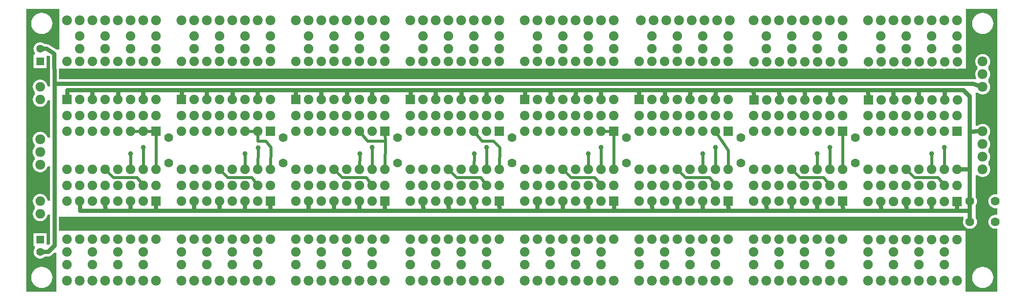
<source format=gtl>
G04 MADE WITH FRITZING*
G04 WWW.FRITZING.ORG*
G04 DOUBLE SIDED*
G04 HOLES PLATED*
G04 CONTOUR ON CENTER OF CONTOUR VECTOR*
%ASAXBY*%
%FSLAX23Y23*%
%MOIN*%
%OFA0B0*%
%SFA1.0B1.0*%
%ADD10C,0.075000*%
%ADD11C,0.070000*%
%ADD12C,0.078000*%
%ADD13C,0.062992*%
%ADD14C,0.039370*%
%ADD15R,0.062992X0.062992*%
%ADD16R,0.075000X0.075000*%
%ADD17C,0.032000*%
%ADD18C,0.024000*%
%LNCOPPER1*%
G90*
G70*
G54D10*
X105Y1424D03*
X7499Y1993D03*
G54D11*
X7660Y754D03*
X7460Y754D03*
X1160Y1254D03*
X1160Y1054D03*
X2060Y1254D03*
X2060Y1054D03*
X2960Y1254D03*
X2960Y1054D03*
X3860Y1254D03*
X3860Y1054D03*
X4760Y1254D03*
X4760Y1054D03*
X5660Y1254D03*
X5660Y1054D03*
X6560Y1254D03*
X6560Y1054D03*
G54D12*
X7560Y1004D03*
X7560Y1104D03*
X7560Y1204D03*
X7560Y1304D03*
X7560Y1854D03*
X7560Y1754D03*
X7560Y1654D03*
G54D13*
X148Y452D03*
X148Y354D03*
X148Y1855D03*
X148Y1954D03*
G54D10*
X148Y754D03*
X148Y654D03*
X148Y1554D03*
X148Y1654D03*
G54D12*
X148Y1241D03*
X148Y1141D03*
X148Y1041D03*
G54D14*
X5460Y1179D03*
X5360Y1129D03*
X6260Y1129D03*
X6360Y1179D03*
X7260Y1179D03*
X7160Y1129D03*
X4560Y1179D03*
X4460Y1129D03*
X960Y1179D03*
X860Y1129D03*
X3660Y1179D03*
X3561Y1129D03*
X1861Y1175D03*
X1760Y1129D03*
X2661Y1129D03*
X2760Y1179D03*
G54D12*
X1060Y2179D03*
X960Y2179D03*
X860Y2179D03*
X760Y2179D03*
X660Y2179D03*
X560Y2179D03*
X460Y2179D03*
X360Y2179D03*
X1960Y2179D03*
X1860Y2179D03*
X1760Y2179D03*
X1660Y2179D03*
X1560Y2179D03*
X1460Y2179D03*
X1360Y2179D03*
X1260Y2179D03*
X2860Y2179D03*
X2760Y2179D03*
X2660Y2179D03*
X2560Y2179D03*
X2460Y2179D03*
X2360Y2179D03*
X2260Y2179D03*
X2160Y2179D03*
X3760Y2179D03*
X3660Y2179D03*
X3560Y2179D03*
X3460Y2179D03*
X3360Y2179D03*
X3260Y2179D03*
X3160Y2179D03*
X3060Y2179D03*
X4660Y2179D03*
X4560Y2179D03*
X4460Y2179D03*
X4360Y2179D03*
X4260Y2179D03*
X4160Y2179D03*
X4060Y2179D03*
X3960Y2179D03*
X5573Y2179D03*
X5473Y2179D03*
X5373Y2179D03*
X5273Y2179D03*
X5173Y2179D03*
X5073Y2179D03*
X4973Y2179D03*
X4873Y2179D03*
X6460Y2179D03*
X6360Y2179D03*
X6260Y2179D03*
X6160Y2179D03*
X6060Y2179D03*
X5960Y2179D03*
X5860Y2179D03*
X5760Y2179D03*
X7360Y2179D03*
X7260Y2179D03*
X7160Y2179D03*
X7060Y2179D03*
X6960Y2179D03*
X6860Y2179D03*
X6760Y2179D03*
X6660Y2179D03*
G54D10*
X1060Y1304D03*
X1060Y1004D03*
X960Y1304D03*
X960Y1004D03*
X860Y1304D03*
X860Y1004D03*
X760Y1304D03*
X760Y1004D03*
X660Y1304D03*
X660Y1004D03*
X560Y1304D03*
X560Y1004D03*
X460Y1304D03*
X460Y1004D03*
X360Y1304D03*
X360Y1004D03*
X1960Y1304D03*
X1960Y1004D03*
X1860Y1304D03*
X1860Y1004D03*
X1760Y1304D03*
X1760Y1004D03*
X1660Y1304D03*
X1660Y1004D03*
X1560Y1304D03*
X1560Y1004D03*
X1460Y1304D03*
X1460Y1004D03*
X1360Y1304D03*
X1360Y1004D03*
X1260Y1304D03*
X1260Y1004D03*
X2860Y1304D03*
X2860Y1004D03*
X2760Y1304D03*
X2760Y1004D03*
X2660Y1304D03*
X2660Y1004D03*
X2560Y1304D03*
X2560Y1004D03*
X2460Y1304D03*
X2460Y1004D03*
X2360Y1304D03*
X2360Y1004D03*
X2260Y1304D03*
X2260Y1004D03*
X2160Y1304D03*
X2160Y1004D03*
X3760Y1304D03*
X3760Y1004D03*
X3660Y1304D03*
X3660Y1004D03*
X3560Y1304D03*
X3560Y1004D03*
X3460Y1304D03*
X3460Y1004D03*
X3360Y1304D03*
X3360Y1004D03*
X3260Y1304D03*
X3260Y1004D03*
X3160Y1304D03*
X3160Y1004D03*
X3060Y1304D03*
X3060Y1004D03*
X4660Y1304D03*
X4660Y1004D03*
X4560Y1304D03*
X4560Y1004D03*
X4460Y1304D03*
X4460Y1004D03*
X4360Y1304D03*
X4360Y1004D03*
X4260Y1304D03*
X4260Y1004D03*
X4160Y1304D03*
X4160Y1004D03*
X4060Y1304D03*
X4060Y1004D03*
X3960Y1304D03*
X3960Y1004D03*
X5560Y1304D03*
X5560Y1004D03*
X5460Y1304D03*
X5460Y1004D03*
X5360Y1304D03*
X5360Y1004D03*
X5260Y1304D03*
X5260Y1004D03*
X5160Y1304D03*
X5160Y1004D03*
X5060Y1304D03*
X5060Y1004D03*
X4960Y1304D03*
X4960Y1004D03*
X4860Y1304D03*
X4860Y1004D03*
X6460Y1304D03*
X6460Y1004D03*
X6360Y1304D03*
X6360Y1004D03*
X6260Y1304D03*
X6260Y1004D03*
X6160Y1304D03*
X6160Y1004D03*
X6060Y1304D03*
X6060Y1004D03*
X5960Y1304D03*
X5960Y1004D03*
X5860Y1304D03*
X5860Y1004D03*
X5760Y1304D03*
X5760Y1004D03*
X7360Y1304D03*
X7360Y1004D03*
X7260Y1304D03*
X7260Y1004D03*
X7160Y1304D03*
X7160Y1004D03*
X7060Y1304D03*
X7060Y1004D03*
X6960Y1304D03*
X6960Y1004D03*
X6860Y1304D03*
X6860Y1004D03*
X6760Y1304D03*
X6760Y1004D03*
X6660Y1304D03*
X6660Y1004D03*
X1060Y754D03*
X1060Y454D03*
X960Y754D03*
X960Y454D03*
X860Y754D03*
X860Y454D03*
X760Y754D03*
X760Y454D03*
X660Y754D03*
X660Y454D03*
X560Y754D03*
X560Y454D03*
X460Y754D03*
X460Y454D03*
X360Y754D03*
X360Y454D03*
X1960Y754D03*
X1960Y454D03*
X1860Y754D03*
X1860Y454D03*
X1760Y754D03*
X1760Y454D03*
X1660Y754D03*
X1660Y454D03*
X1560Y754D03*
X1560Y454D03*
X1460Y754D03*
X1460Y454D03*
X1360Y754D03*
X1360Y454D03*
X1260Y754D03*
X1260Y454D03*
X2860Y754D03*
X2860Y454D03*
X2760Y754D03*
X2760Y454D03*
X2660Y754D03*
X2660Y454D03*
X2560Y754D03*
X2560Y454D03*
X2460Y754D03*
X2460Y454D03*
X2360Y754D03*
X2360Y454D03*
X2260Y754D03*
X2260Y454D03*
X2160Y754D03*
X2160Y454D03*
X3760Y754D03*
X3760Y454D03*
X3660Y754D03*
X3660Y454D03*
X3560Y754D03*
X3560Y454D03*
X3460Y754D03*
X3460Y454D03*
X3360Y754D03*
X3360Y454D03*
X3260Y754D03*
X3260Y454D03*
X3160Y754D03*
X3160Y454D03*
X3060Y754D03*
X3060Y454D03*
X4660Y754D03*
X4660Y454D03*
X4560Y754D03*
X4560Y454D03*
X4460Y754D03*
X4460Y454D03*
X4360Y754D03*
X4360Y454D03*
X4260Y754D03*
X4260Y454D03*
X4160Y754D03*
X4160Y454D03*
X4060Y754D03*
X4060Y454D03*
X3960Y754D03*
X3960Y454D03*
X5560Y754D03*
X5560Y454D03*
X5460Y754D03*
X5460Y454D03*
X5360Y754D03*
X5360Y454D03*
X5260Y754D03*
X5260Y454D03*
X5160Y754D03*
X5160Y454D03*
X5060Y754D03*
X5060Y454D03*
X4960Y754D03*
X4960Y454D03*
X4860Y754D03*
X4860Y454D03*
X6460Y754D03*
X6460Y454D03*
X6360Y754D03*
X6360Y454D03*
X6260Y754D03*
X6260Y454D03*
X6160Y754D03*
X6160Y454D03*
X6060Y754D03*
X6060Y454D03*
X5960Y754D03*
X5960Y454D03*
X5860Y754D03*
X5860Y454D03*
X5760Y754D03*
X5760Y454D03*
X7360Y753D03*
X7360Y453D03*
X7260Y753D03*
X7260Y453D03*
X7160Y753D03*
X7160Y453D03*
X7060Y753D03*
X7060Y453D03*
X6960Y753D03*
X6960Y453D03*
X6860Y753D03*
X6860Y453D03*
X6760Y753D03*
X6760Y453D03*
X6660Y753D03*
X6660Y453D03*
X360Y1554D03*
X360Y1854D03*
X460Y1554D03*
X460Y1854D03*
X560Y1554D03*
X560Y1854D03*
X660Y1554D03*
X660Y1854D03*
X760Y1554D03*
X760Y1854D03*
X860Y1554D03*
X860Y1854D03*
X960Y1554D03*
X960Y1854D03*
X1060Y1554D03*
X1060Y1854D03*
X1260Y1554D03*
X1260Y1854D03*
X1360Y1554D03*
X1360Y1854D03*
X1460Y1554D03*
X1460Y1854D03*
X1560Y1554D03*
X1560Y1854D03*
X1660Y1554D03*
X1660Y1854D03*
X1760Y1554D03*
X1760Y1854D03*
X1860Y1554D03*
X1860Y1854D03*
X1960Y1554D03*
X1960Y1854D03*
X2160Y1554D03*
X2160Y1854D03*
X2260Y1554D03*
X2260Y1854D03*
X2360Y1554D03*
X2360Y1854D03*
X2460Y1554D03*
X2460Y1854D03*
X2560Y1554D03*
X2560Y1854D03*
X2660Y1554D03*
X2660Y1854D03*
X2760Y1554D03*
X2760Y1854D03*
X2860Y1554D03*
X2860Y1854D03*
X3060Y1554D03*
X3060Y1854D03*
X3160Y1554D03*
X3160Y1854D03*
X3260Y1554D03*
X3260Y1854D03*
X3360Y1554D03*
X3360Y1854D03*
X3460Y1554D03*
X3460Y1854D03*
X3560Y1554D03*
X3560Y1854D03*
X3660Y1554D03*
X3660Y1854D03*
X3760Y1554D03*
X3760Y1854D03*
X3960Y1554D03*
X3960Y1854D03*
X4060Y1554D03*
X4060Y1854D03*
X4160Y1554D03*
X4160Y1854D03*
X4260Y1554D03*
X4260Y1854D03*
X4360Y1554D03*
X4360Y1854D03*
X4460Y1554D03*
X4460Y1854D03*
X4560Y1554D03*
X4560Y1854D03*
X4660Y1554D03*
X4660Y1854D03*
X5761Y1553D03*
X5761Y1853D03*
X5861Y1553D03*
X5861Y1853D03*
X5961Y1553D03*
X5961Y1853D03*
X6061Y1553D03*
X6061Y1853D03*
X6161Y1553D03*
X6161Y1853D03*
X6261Y1553D03*
X6261Y1853D03*
X6361Y1553D03*
X6361Y1853D03*
X6461Y1553D03*
X6461Y1853D03*
X4860Y1554D03*
X4860Y1854D03*
X4960Y1554D03*
X4960Y1854D03*
X5060Y1554D03*
X5060Y1854D03*
X5160Y1554D03*
X5160Y1854D03*
X5260Y1554D03*
X5260Y1854D03*
X5360Y1554D03*
X5360Y1854D03*
X5460Y1554D03*
X5460Y1854D03*
X5560Y1554D03*
X5560Y1854D03*
X6661Y1553D03*
X6661Y1853D03*
X6761Y1553D03*
X6761Y1853D03*
X6861Y1553D03*
X6861Y1853D03*
X6961Y1553D03*
X6961Y1853D03*
X7061Y1553D03*
X7061Y1853D03*
X7161Y1553D03*
X7161Y1853D03*
X7261Y1553D03*
X7261Y1853D03*
X7361Y1553D03*
X7361Y1853D03*
X7360Y1954D03*
X7360Y2054D03*
X6960Y2054D03*
X6960Y1954D03*
X5560Y2054D03*
X5560Y1954D03*
X6460Y2054D03*
X6460Y1954D03*
X5360Y2054D03*
X5360Y1954D03*
X6260Y2054D03*
X6260Y1954D03*
X5160Y2054D03*
X5160Y1954D03*
X6060Y2054D03*
X6060Y1954D03*
X4960Y2054D03*
X4960Y1954D03*
X5860Y2054D03*
X5860Y1954D03*
X7260Y879D03*
X7360Y879D03*
X7060Y879D03*
X7160Y879D03*
X6860Y879D03*
X6960Y879D03*
X360Y879D03*
X460Y879D03*
X1260Y879D03*
X1360Y879D03*
X2160Y879D03*
X2260Y879D03*
X3060Y879D03*
X3160Y879D03*
X3960Y879D03*
X4060Y879D03*
X4860Y879D03*
X4960Y879D03*
X5760Y879D03*
X5860Y879D03*
X560Y879D03*
X660Y879D03*
X1460Y879D03*
X1560Y879D03*
X2360Y879D03*
X2460Y879D03*
X3260Y879D03*
X3360Y879D03*
X4160Y879D03*
X4260Y879D03*
X5060Y879D03*
X5160Y879D03*
X5960Y879D03*
X6060Y879D03*
X760Y879D03*
X860Y879D03*
X1660Y879D03*
X1760Y879D03*
X2560Y879D03*
X2660Y879D03*
X3460Y879D03*
X3560Y879D03*
X4360Y879D03*
X4460Y879D03*
X5260Y879D03*
X5360Y879D03*
X6160Y879D03*
X6260Y879D03*
X960Y879D03*
X1060Y879D03*
X1860Y879D03*
X1960Y879D03*
X2760Y879D03*
X2860Y879D03*
X3660Y879D03*
X3760Y879D03*
X4560Y879D03*
X4660Y879D03*
X5460Y879D03*
X5560Y879D03*
X6360Y879D03*
X6460Y879D03*
X6660Y879D03*
X6760Y879D03*
X7260Y1429D03*
X7360Y1429D03*
X6860Y1429D03*
X6960Y1429D03*
X7160Y1429D03*
X7060Y1429D03*
X960Y1429D03*
X1060Y1429D03*
X1860Y1429D03*
X1960Y1429D03*
X2760Y1429D03*
X2860Y1429D03*
X3660Y1429D03*
X3760Y1429D03*
X4560Y1429D03*
X4660Y1429D03*
X5460Y1429D03*
X5560Y1429D03*
X6360Y1429D03*
X6460Y1429D03*
X860Y1429D03*
X760Y1429D03*
X1760Y1429D03*
X1660Y1429D03*
X2660Y1429D03*
X2560Y1429D03*
X3560Y1429D03*
X3460Y1429D03*
X4460Y1429D03*
X4360Y1429D03*
X5360Y1429D03*
X5260Y1429D03*
X6260Y1429D03*
X6160Y1429D03*
X560Y1429D03*
X660Y1429D03*
X1460Y1429D03*
X1560Y1429D03*
X2360Y1429D03*
X2460Y1429D03*
X3260Y1429D03*
X3360Y1429D03*
X4160Y1429D03*
X4260Y1429D03*
X5060Y1429D03*
X5160Y1429D03*
X5960Y1429D03*
X6060Y1429D03*
X460Y1429D03*
X360Y1429D03*
X1360Y1429D03*
X1260Y1429D03*
X2260Y1429D03*
X2160Y1429D03*
X3160Y1429D03*
X3060Y1429D03*
X4060Y1429D03*
X3960Y1429D03*
X4960Y1429D03*
X4860Y1429D03*
X5860Y1429D03*
X5760Y1429D03*
X6760Y1429D03*
X6660Y1429D03*
X7260Y354D03*
X7260Y254D03*
X7060Y354D03*
X7060Y254D03*
X6860Y354D03*
X6860Y254D03*
X960Y354D03*
X960Y254D03*
X1860Y354D03*
X1860Y254D03*
X2760Y354D03*
X2760Y254D03*
X3660Y354D03*
X3660Y254D03*
X4560Y354D03*
X4560Y254D03*
X5460Y354D03*
X5460Y254D03*
X6360Y354D03*
X6360Y254D03*
X760Y354D03*
X760Y254D03*
X1660Y354D03*
X1660Y254D03*
X2560Y354D03*
X2560Y254D03*
X3460Y354D03*
X3460Y254D03*
X4360Y354D03*
X4360Y254D03*
X5260Y354D03*
X5260Y254D03*
X6160Y354D03*
X6160Y254D03*
X560Y354D03*
X560Y254D03*
X1460Y354D03*
X1460Y254D03*
X2360Y354D03*
X2360Y254D03*
X3260Y354D03*
X3260Y254D03*
X4160Y354D03*
X4160Y254D03*
X5060Y354D03*
X5060Y254D03*
X5960Y354D03*
X5960Y254D03*
X360Y354D03*
X360Y254D03*
X1260Y354D03*
X1260Y254D03*
X2160Y354D03*
X2160Y254D03*
X3060Y354D03*
X3060Y254D03*
X3960Y354D03*
X3960Y254D03*
X4860Y354D03*
X4860Y254D03*
X5760Y354D03*
X5760Y254D03*
X6660Y354D03*
X6660Y254D03*
X4660Y2054D03*
X4660Y1954D03*
X4460Y2054D03*
X4460Y1954D03*
X1060Y2054D03*
X1060Y1954D03*
X660Y2054D03*
X660Y1954D03*
X860Y2054D03*
X860Y1954D03*
X460Y2054D03*
X460Y1954D03*
X1960Y2054D03*
X1960Y1954D03*
X1560Y2054D03*
X1560Y1954D03*
X1760Y2054D03*
X1760Y1954D03*
X1360Y2054D03*
X1360Y1954D03*
X2860Y2054D03*
X2860Y1954D03*
X2460Y2054D03*
X2460Y1954D03*
X2660Y2054D03*
X2660Y1954D03*
X2260Y2054D03*
X2260Y1954D03*
X3160Y2054D03*
X3160Y1954D03*
X3360Y2054D03*
X3360Y1954D03*
X3560Y2054D03*
X3560Y1954D03*
X3760Y2054D03*
X3760Y1954D03*
X4060Y2054D03*
X4060Y1954D03*
X4260Y2054D03*
X4260Y1954D03*
G54D12*
X360Y129D03*
X460Y129D03*
X560Y129D03*
X660Y129D03*
X760Y129D03*
X860Y129D03*
X960Y129D03*
X1060Y129D03*
X1260Y129D03*
X1360Y129D03*
X1460Y129D03*
X1560Y129D03*
X1660Y129D03*
X1760Y129D03*
X1860Y129D03*
X1960Y129D03*
X2160Y129D03*
X2260Y129D03*
X2360Y129D03*
X2460Y129D03*
X2560Y129D03*
X2660Y129D03*
X2760Y129D03*
X2860Y129D03*
X3060Y129D03*
X3160Y129D03*
X3260Y129D03*
X3360Y129D03*
X3460Y129D03*
X3560Y129D03*
X3660Y129D03*
X3760Y129D03*
X3960Y129D03*
X4060Y129D03*
X4160Y129D03*
X4260Y129D03*
X4360Y129D03*
X4460Y129D03*
X4560Y129D03*
X4660Y129D03*
X6660Y129D03*
X6760Y129D03*
X6860Y129D03*
X6960Y129D03*
X7060Y129D03*
X7160Y129D03*
X7260Y129D03*
X7360Y129D03*
X5760Y129D03*
X5860Y129D03*
X5960Y129D03*
X6060Y129D03*
X6160Y129D03*
X6260Y129D03*
X6360Y129D03*
X6460Y129D03*
X4860Y129D03*
X4960Y129D03*
X5060Y129D03*
X5160Y129D03*
X5260Y129D03*
X5360Y129D03*
X5460Y129D03*
X5560Y129D03*
G54D10*
X7160Y1954D03*
X7160Y2054D03*
X6760Y2054D03*
X6760Y1954D03*
G54D11*
X7660Y591D03*
X7460Y591D03*
G54D15*
X148Y452D03*
X148Y1855D03*
G54D16*
X1060Y1304D03*
X1960Y1304D03*
X2860Y1304D03*
X3760Y1304D03*
X4660Y1304D03*
X5560Y1304D03*
X6460Y1304D03*
X7360Y1304D03*
X1060Y754D03*
X1960Y754D03*
X2860Y754D03*
X3760Y754D03*
X4660Y754D03*
X5560Y754D03*
X6460Y754D03*
X7360Y753D03*
X360Y1554D03*
X1260Y1554D03*
X2160Y1554D03*
X3060Y1554D03*
X3960Y1554D03*
X5761Y1553D03*
X4860Y1554D03*
X6661Y1553D03*
G54D17*
X7460Y679D02*
X7460Y606D01*
G54D18*
D02*
X723Y942D02*
X673Y991D01*
D02*
X910Y942D02*
X723Y942D01*
D02*
X949Y892D02*
X910Y942D01*
D02*
X1850Y893D02*
X1811Y942D01*
D02*
X1811Y942D02*
X1623Y942D01*
D02*
X1623Y942D02*
X1573Y991D01*
D02*
X2523Y942D02*
X2473Y991D01*
D02*
X2711Y942D02*
X2523Y942D01*
D02*
X2750Y893D02*
X2711Y942D01*
D02*
X3423Y942D02*
X3373Y991D01*
D02*
X3611Y942D02*
X3423Y942D01*
D02*
X3650Y893D02*
X3611Y942D01*
D02*
X4510Y942D02*
X4323Y942D01*
D02*
X4549Y892D02*
X4510Y942D01*
D02*
X7210Y942D02*
X7023Y941D01*
D02*
X7023Y941D02*
X6973Y991D01*
D02*
X6310Y942D02*
X6123Y942D01*
D02*
X6123Y942D02*
X6073Y991D01*
D02*
X5411Y942D02*
X5223Y942D01*
D02*
X5223Y942D02*
X5173Y991D01*
D02*
X4323Y942D02*
X4273Y991D01*
D02*
X5450Y893D02*
X5411Y942D01*
D02*
X6349Y892D02*
X6310Y942D01*
D02*
X7249Y892D02*
X7210Y942D01*
G54D17*
D02*
X3660Y1630D02*
X3461Y1630D01*
D02*
X3461Y1630D02*
X3260Y1630D01*
D02*
X3260Y1630D02*
X3061Y1630D01*
D02*
X3061Y1630D02*
X2760Y1630D01*
D02*
X2760Y1630D02*
X2561Y1630D01*
D02*
X2561Y1630D02*
X2360Y1630D01*
D02*
X2360Y1630D02*
X2160Y1629D01*
D02*
X2160Y1629D02*
X1860Y1630D01*
D02*
X1860Y1630D02*
X1661Y1630D01*
D02*
X1661Y1630D02*
X1460Y1630D01*
D02*
X1460Y1630D02*
X1261Y1630D01*
D02*
X1261Y1630D02*
X960Y1630D01*
D02*
X960Y1630D02*
X960Y1571D01*
D02*
X761Y1630D02*
X761Y1571D01*
D02*
X560Y1630D02*
X560Y1571D01*
D02*
X960Y1630D02*
X761Y1630D01*
D02*
X761Y1630D02*
X560Y1630D01*
D02*
X560Y1630D02*
X361Y1630D01*
D02*
X361Y1630D02*
X361Y1571D01*
D02*
X3961Y1630D02*
X3660Y1630D01*
D02*
X2760Y1630D02*
X2760Y1571D01*
D02*
X3061Y1630D02*
X3061Y1571D01*
D02*
X3260Y1630D02*
X3260Y1571D01*
D02*
X3461Y1630D02*
X3461Y1571D01*
D02*
X3660Y1630D02*
X3660Y1571D01*
D02*
X1460Y1630D02*
X1460Y1571D01*
D02*
X1661Y1630D02*
X1661Y1571D01*
D02*
X1860Y1630D02*
X1860Y1571D01*
D02*
X1261Y1630D02*
X1261Y1571D01*
D02*
X2160Y1629D02*
X2160Y1571D01*
D02*
X2360Y1630D02*
X2360Y1571D01*
D02*
X2561Y1630D02*
X2561Y1571D01*
D02*
X1360Y679D02*
X1360Y736D01*
D02*
X1560Y679D02*
X1560Y736D01*
D02*
X1760Y679D02*
X1760Y736D01*
D02*
X1960Y679D02*
X1960Y736D01*
D02*
X3161Y679D02*
X3160Y736D01*
D02*
X3361Y679D02*
X3360Y736D01*
D02*
X3561Y679D02*
X3560Y736D01*
D02*
X3761Y679D02*
X3760Y736D01*
D02*
X2860Y679D02*
X2860Y736D01*
D02*
X2660Y679D02*
X2660Y736D01*
D02*
X2460Y679D02*
X2460Y736D01*
D02*
X2260Y679D02*
X2260Y736D01*
D02*
X260Y1916D02*
X261Y1678D01*
D02*
X261Y1678D02*
X7485Y1678D01*
D02*
X198Y1954D02*
X260Y1916D01*
D02*
X7485Y1678D02*
X7542Y1660D01*
D02*
X164Y1954D02*
X198Y1954D01*
D02*
X211Y354D02*
X164Y354D01*
D02*
X261Y404D02*
X211Y354D01*
D02*
X261Y1678D02*
X261Y404D01*
G54D18*
D02*
X6260Y1121D02*
X6260Y1021D01*
D02*
X5360Y1121D02*
X5360Y1021D01*
D02*
X5460Y1171D02*
X5460Y1021D01*
D02*
X4643Y1304D02*
X4578Y1304D01*
D02*
X4660Y1021D02*
X4660Y1286D01*
D02*
X5560Y1154D02*
X5470Y1289D01*
D02*
X5560Y1021D02*
X5560Y1154D01*
D02*
X6460Y1021D02*
X6460Y1286D01*
D02*
X7160Y1021D02*
X7160Y1121D01*
D02*
X6360Y1021D02*
X6360Y1171D01*
D02*
X4560Y1021D02*
X4560Y1171D01*
D02*
X7260Y1021D02*
X7260Y1171D01*
D02*
X4460Y1021D02*
X4460Y1121D01*
G54D17*
D02*
X7460Y1578D02*
X7460Y1303D01*
D02*
X7460Y1303D02*
X7541Y1304D01*
D02*
X7460Y1004D02*
X7460Y1303D01*
D02*
X7460Y1004D02*
X7378Y1004D01*
D02*
X7410Y1628D02*
X7460Y1578D01*
D02*
X7261Y1628D02*
X7410Y1628D01*
D02*
X7261Y1628D02*
X7261Y1570D01*
D02*
X7060Y1628D02*
X7261Y1628D01*
D02*
X7060Y1628D02*
X7060Y1570D01*
D02*
X6860Y1628D02*
X7060Y1628D01*
D02*
X6860Y1628D02*
X6860Y1570D01*
D02*
X6660Y1628D02*
X6860Y1628D01*
D02*
X6660Y1628D02*
X6661Y1570D01*
D02*
X6361Y1628D02*
X6660Y1628D01*
D02*
X6361Y1571D02*
X6361Y1628D01*
D02*
X6361Y1628D02*
X6161Y1628D01*
D02*
X6161Y1571D02*
X6161Y1628D01*
D02*
X6161Y1628D02*
X5960Y1628D01*
D02*
X5961Y1571D02*
X5960Y1628D01*
D02*
X5960Y1628D02*
X5760Y1628D01*
D02*
X5760Y1628D02*
X5461Y1628D01*
D02*
X5461Y1628D02*
X5261Y1628D01*
D02*
X5261Y1628D02*
X5061Y1628D01*
D02*
X5061Y1628D02*
X4860Y1628D01*
D02*
X5761Y1571D02*
X5760Y1628D01*
D02*
X5460Y1571D02*
X5461Y1628D01*
D02*
X5260Y1571D02*
X5261Y1628D01*
D02*
X4860Y1628D02*
X4560Y1628D01*
D02*
X4161Y1628D02*
X4361Y1628D01*
D02*
X3961Y1571D02*
X3961Y1630D01*
D02*
X3961Y1630D02*
X4161Y1628D01*
D02*
X5061Y1571D02*
X5061Y1628D01*
D02*
X4161Y1571D02*
X4161Y1628D01*
D02*
X4360Y1571D02*
X4361Y1628D01*
D02*
X4361Y1628D02*
X4560Y1628D01*
D02*
X4860Y1571D02*
X4860Y1628D01*
D02*
X4560Y1628D02*
X4560Y1571D01*
D02*
X7360Y678D02*
X7460Y679D01*
D02*
X7160Y678D02*
X7160Y736D01*
D02*
X6961Y678D02*
X7160Y678D01*
D02*
X6961Y678D02*
X6761Y678D01*
D02*
X7360Y678D02*
X7360Y736D01*
D02*
X7160Y678D02*
X7360Y678D01*
D02*
X6761Y678D02*
X6760Y736D01*
D02*
X7460Y769D02*
X7460Y1004D01*
D02*
X7460Y679D02*
X7460Y739D01*
D02*
X6461Y678D02*
X6260Y678D01*
D02*
X5861Y678D02*
X5561Y678D01*
D02*
X6060Y678D02*
X5861Y678D01*
D02*
X6260Y678D02*
X6060Y678D01*
D02*
X6461Y678D02*
X6460Y736D01*
D02*
X5861Y678D02*
X5860Y736D01*
D02*
X6761Y678D02*
X6461Y678D01*
D02*
X6260Y678D02*
X6260Y736D01*
D02*
X6060Y678D02*
X6060Y736D01*
D02*
X6960Y736D02*
X6961Y678D01*
D02*
X4460Y678D02*
X4260Y678D01*
D02*
X4661Y678D02*
X4460Y678D01*
D02*
X4961Y678D02*
X4661Y678D01*
D02*
X5160Y678D02*
X4961Y678D01*
D02*
X4961Y678D02*
X4960Y736D01*
D02*
X5561Y678D02*
X5560Y736D01*
D02*
X5360Y678D02*
X5160Y678D01*
D02*
X5561Y678D02*
X5360Y678D01*
D02*
X5160Y678D02*
X5160Y736D01*
D02*
X5360Y678D02*
X5360Y736D01*
D02*
X4661Y678D02*
X4661Y736D01*
D02*
X4460Y678D02*
X4460Y736D01*
D02*
X4260Y678D02*
X4260Y736D01*
D02*
X4260Y678D02*
X4058Y679D01*
D02*
X4058Y679D02*
X4060Y736D01*
G54D18*
D02*
X943Y1304D02*
X878Y1304D01*
D02*
X2861Y1228D02*
X2860Y1286D01*
D02*
X2722Y1228D02*
X2861Y1228D01*
D02*
X2861Y1228D02*
X2860Y1021D01*
D02*
X2671Y1290D02*
X2722Y1228D01*
D02*
X3711Y1228D02*
X3622Y1228D01*
D02*
X3622Y1228D02*
X3571Y1290D01*
D02*
X3761Y1179D02*
X3711Y1228D01*
D02*
X3760Y1021D02*
X3761Y1179D01*
D02*
X3561Y1121D02*
X3560Y1021D01*
D02*
X3660Y1171D02*
X3660Y1021D01*
D02*
X860Y1121D02*
X860Y1021D01*
D02*
X960Y1171D02*
X960Y1021D01*
D02*
X1923Y1229D02*
X1860Y1229D01*
D02*
X1860Y1229D02*
X1860Y1286D01*
D02*
X1843Y1304D02*
X1778Y1304D01*
D02*
X1961Y1179D02*
X1923Y1229D01*
D02*
X1960Y1021D02*
X1961Y1179D01*
D02*
X1861Y1167D02*
X1860Y1021D01*
D02*
X1760Y1121D02*
X1760Y1021D01*
D02*
X1060Y1021D02*
X1060Y1286D01*
D02*
X1043Y1304D02*
X978Y1304D01*
D02*
X2661Y1121D02*
X2660Y1021D01*
D02*
X2760Y1171D02*
X2760Y1021D01*
G54D17*
D02*
X661Y679D02*
X660Y736D01*
D02*
X860Y679D02*
X860Y736D01*
D02*
X1060Y679D02*
X1060Y736D01*
D02*
X1060Y679D02*
X860Y679D01*
D02*
X860Y679D02*
X661Y679D01*
D02*
X661Y679D02*
X461Y679D01*
D02*
X461Y679D02*
X461Y736D01*
D02*
X3761Y679D02*
X3561Y679D01*
D02*
X3561Y679D02*
X3361Y679D01*
D02*
X3361Y679D02*
X3161Y679D01*
D02*
X3161Y679D02*
X2860Y679D01*
D02*
X2860Y679D02*
X2660Y679D01*
D02*
X2660Y679D02*
X2460Y679D01*
D02*
X2460Y679D02*
X2260Y679D01*
D02*
X2260Y679D02*
X1960Y679D01*
D02*
X1960Y679D02*
X1760Y679D01*
D02*
X1760Y679D02*
X1560Y679D01*
D02*
X1560Y679D02*
X1360Y679D01*
D02*
X1360Y679D02*
X1060Y679D01*
D02*
X4058Y679D02*
X3761Y679D01*
G36*
X40Y2267D02*
X40Y2237D01*
X170Y2237D01*
X170Y2235D01*
X180Y2235D01*
X180Y2233D01*
X188Y2233D01*
X188Y2231D01*
X194Y2231D01*
X194Y2229D01*
X198Y2229D01*
X198Y2227D01*
X200Y2227D01*
X200Y2225D01*
X204Y2225D01*
X204Y2223D01*
X208Y2223D01*
X208Y2221D01*
X210Y2221D01*
X210Y2219D01*
X212Y2219D01*
X212Y2217D01*
X216Y2217D01*
X216Y2215D01*
X218Y2215D01*
X218Y2213D01*
X220Y2213D01*
X220Y2211D01*
X222Y2211D01*
X222Y2209D01*
X224Y2209D01*
X224Y2205D01*
X226Y2205D01*
X226Y2203D01*
X228Y2203D01*
X228Y2201D01*
X230Y2201D01*
X230Y2197D01*
X232Y2197D01*
X232Y2193D01*
X234Y2193D01*
X234Y2189D01*
X236Y2189D01*
X236Y2185D01*
X238Y2185D01*
X238Y2181D01*
X240Y2181D01*
X240Y2173D01*
X242Y2173D01*
X242Y2161D01*
X244Y2161D01*
X244Y2147D01*
X242Y2147D01*
X242Y2135D01*
X240Y2135D01*
X240Y2127D01*
X238Y2127D01*
X238Y2121D01*
X236Y2121D01*
X236Y2117D01*
X234Y2117D01*
X234Y2113D01*
X232Y2113D01*
X232Y2111D01*
X230Y2111D01*
X230Y2107D01*
X228Y2107D01*
X228Y2105D01*
X226Y2105D01*
X226Y2101D01*
X224Y2101D01*
X224Y2099D01*
X222Y2099D01*
X222Y2097D01*
X220Y2097D01*
X220Y2095D01*
X218Y2095D01*
X218Y2093D01*
X216Y2093D01*
X216Y2091D01*
X214Y2091D01*
X214Y2089D01*
X210Y2089D01*
X210Y2087D01*
X208Y2087D01*
X208Y2085D01*
X206Y2085D01*
X206Y2083D01*
X202Y2083D01*
X202Y2081D01*
X198Y2081D01*
X198Y2079D01*
X194Y2079D01*
X194Y2077D01*
X190Y2077D01*
X190Y2075D01*
X184Y2075D01*
X184Y2073D01*
X174Y2073D01*
X174Y2071D01*
X298Y2071D01*
X298Y2267D01*
X40Y2267D01*
G37*
D02*
G36*
X40Y2237D02*
X40Y2071D01*
X146Y2071D01*
X146Y2073D01*
X138Y2073D01*
X138Y2075D01*
X132Y2075D01*
X132Y2077D01*
X126Y2077D01*
X126Y2079D01*
X122Y2079D01*
X122Y2081D01*
X118Y2081D01*
X118Y2083D01*
X116Y2083D01*
X116Y2085D01*
X112Y2085D01*
X112Y2087D01*
X110Y2087D01*
X110Y2089D01*
X108Y2089D01*
X108Y2091D01*
X106Y2091D01*
X106Y2093D01*
X102Y2093D01*
X102Y2095D01*
X100Y2095D01*
X100Y2099D01*
X98Y2099D01*
X98Y2101D01*
X96Y2101D01*
X96Y2103D01*
X94Y2103D01*
X94Y2105D01*
X92Y2105D01*
X92Y2109D01*
X90Y2109D01*
X90Y2111D01*
X88Y2111D01*
X88Y2115D01*
X86Y2115D01*
X86Y2119D01*
X84Y2119D01*
X84Y2123D01*
X82Y2123D01*
X82Y2129D01*
X80Y2129D01*
X80Y2139D01*
X78Y2139D01*
X78Y2169D01*
X80Y2169D01*
X80Y2177D01*
X82Y2177D01*
X82Y2183D01*
X84Y2183D01*
X84Y2189D01*
X86Y2189D01*
X86Y2193D01*
X88Y2193D01*
X88Y2195D01*
X90Y2195D01*
X90Y2199D01*
X92Y2199D01*
X92Y2201D01*
X94Y2201D01*
X94Y2205D01*
X96Y2205D01*
X96Y2207D01*
X98Y2207D01*
X98Y2209D01*
X100Y2209D01*
X100Y2211D01*
X102Y2211D01*
X102Y2213D01*
X104Y2213D01*
X104Y2215D01*
X106Y2215D01*
X106Y2217D01*
X108Y2217D01*
X108Y2219D01*
X110Y2219D01*
X110Y2221D01*
X114Y2221D01*
X114Y2223D01*
X116Y2223D01*
X116Y2225D01*
X120Y2225D01*
X120Y2227D01*
X124Y2227D01*
X124Y2229D01*
X128Y2229D01*
X128Y2231D01*
X134Y2231D01*
X134Y2233D01*
X140Y2233D01*
X140Y2235D01*
X150Y2235D01*
X150Y2237D01*
X40Y2237D01*
G37*
D02*
G36*
X40Y2071D02*
X40Y2069D01*
X298Y2069D01*
X298Y2071D01*
X40Y2071D01*
G37*
D02*
G36*
X40Y2071D02*
X40Y2069D01*
X298Y2069D01*
X298Y2071D01*
X40Y2071D01*
G37*
D02*
G36*
X40Y2069D02*
X40Y2005D01*
X158Y2005D01*
X158Y2003D01*
X166Y2003D01*
X166Y2001D01*
X170Y2001D01*
X170Y1999D01*
X174Y1999D01*
X174Y1997D01*
X176Y1997D01*
X176Y1995D01*
X180Y1995D01*
X180Y1993D01*
X182Y1993D01*
X182Y1991D01*
X200Y1991D01*
X200Y1989D01*
X210Y1989D01*
X210Y1987D01*
X214Y1987D01*
X214Y1985D01*
X218Y1985D01*
X218Y1983D01*
X222Y1983D01*
X222Y1981D01*
X224Y1981D01*
X224Y1979D01*
X228Y1979D01*
X228Y1977D01*
X232Y1977D01*
X232Y1975D01*
X234Y1975D01*
X234Y1973D01*
X238Y1973D01*
X238Y1971D01*
X240Y1971D01*
X240Y1969D01*
X244Y1969D01*
X244Y1967D01*
X248Y1967D01*
X248Y1965D01*
X250Y1965D01*
X250Y1963D01*
X254Y1963D01*
X254Y1961D01*
X256Y1961D01*
X256Y1959D01*
X260Y1959D01*
X260Y1957D01*
X264Y1957D01*
X264Y1955D01*
X266Y1955D01*
X266Y1953D01*
X270Y1953D01*
X270Y1951D01*
X274Y1951D01*
X274Y1949D01*
X276Y1949D01*
X276Y1947D01*
X298Y1947D01*
X298Y2069D01*
X40Y2069D01*
G37*
D02*
G36*
X40Y2005D02*
X40Y1803D01*
X98Y1803D01*
X98Y1805D01*
X96Y1805D01*
X96Y1907D01*
X104Y1907D01*
X104Y1929D01*
X102Y1929D01*
X102Y1933D01*
X100Y1933D01*
X100Y1937D01*
X98Y1937D01*
X98Y1947D01*
X96Y1947D01*
X96Y1961D01*
X98Y1961D01*
X98Y1969D01*
X100Y1969D01*
X100Y1975D01*
X102Y1975D01*
X102Y1979D01*
X104Y1979D01*
X104Y1981D01*
X106Y1981D01*
X106Y1985D01*
X108Y1985D01*
X108Y1987D01*
X110Y1987D01*
X110Y1989D01*
X112Y1989D01*
X112Y1991D01*
X114Y1991D01*
X114Y1993D01*
X116Y1993D01*
X116Y1995D01*
X118Y1995D01*
X118Y1997D01*
X122Y1997D01*
X122Y1999D01*
X126Y1999D01*
X126Y2001D01*
X130Y2001D01*
X130Y2003D01*
X138Y2003D01*
X138Y2005D01*
X40Y2005D01*
G37*
D02*
G36*
X200Y1899D02*
X200Y1805D01*
X198Y1805D01*
X198Y1803D01*
X224Y1803D01*
X224Y1897D01*
X220Y1897D01*
X220Y1899D01*
X200Y1899D01*
G37*
D02*
G36*
X40Y1803D02*
X40Y1801D01*
X224Y1801D01*
X224Y1803D01*
X40Y1803D01*
G37*
D02*
G36*
X40Y1803D02*
X40Y1801D01*
X224Y1801D01*
X224Y1803D01*
X40Y1803D01*
G37*
D02*
G36*
X40Y1801D02*
X40Y1711D01*
X158Y1711D01*
X158Y1709D01*
X166Y1709D01*
X166Y1707D01*
X172Y1707D01*
X172Y1705D01*
X176Y1705D01*
X176Y1703D01*
X178Y1703D01*
X178Y1701D01*
X182Y1701D01*
X182Y1699D01*
X184Y1699D01*
X184Y1697D01*
X186Y1697D01*
X186Y1695D01*
X188Y1695D01*
X188Y1693D01*
X190Y1693D01*
X190Y1691D01*
X192Y1691D01*
X192Y1689D01*
X194Y1689D01*
X194Y1687D01*
X196Y1687D01*
X196Y1683D01*
X198Y1683D01*
X198Y1679D01*
X200Y1679D01*
X200Y1675D01*
X202Y1675D01*
X202Y1669D01*
X204Y1669D01*
X204Y1659D01*
X224Y1659D01*
X224Y1801D01*
X40Y1801D01*
G37*
D02*
G36*
X40Y1711D02*
X40Y1497D01*
X134Y1497D01*
X134Y1499D01*
X128Y1499D01*
X128Y1501D01*
X122Y1501D01*
X122Y1503D01*
X120Y1503D01*
X120Y1505D01*
X116Y1505D01*
X116Y1507D01*
X114Y1507D01*
X114Y1509D01*
X112Y1509D01*
X112Y1511D01*
X108Y1511D01*
X108Y1513D01*
X106Y1513D01*
X106Y1515D01*
X104Y1515D01*
X104Y1519D01*
X102Y1519D01*
X102Y1521D01*
X100Y1521D01*
X100Y1523D01*
X98Y1523D01*
X98Y1527D01*
X96Y1527D01*
X96Y1531D01*
X94Y1531D01*
X94Y1537D01*
X92Y1537D01*
X92Y1547D01*
X90Y1547D01*
X90Y1561D01*
X92Y1561D01*
X92Y1571D01*
X94Y1571D01*
X94Y1577D01*
X96Y1577D01*
X96Y1581D01*
X98Y1581D01*
X98Y1583D01*
X100Y1583D01*
X100Y1587D01*
X102Y1587D01*
X102Y1589D01*
X104Y1589D01*
X104Y1591D01*
X106Y1591D01*
X106Y1615D01*
X104Y1615D01*
X104Y1619D01*
X102Y1619D01*
X102Y1621D01*
X100Y1621D01*
X100Y1623D01*
X98Y1623D01*
X98Y1627D01*
X96Y1627D01*
X96Y1631D01*
X94Y1631D01*
X94Y1637D01*
X92Y1637D01*
X92Y1647D01*
X90Y1647D01*
X90Y1661D01*
X92Y1661D01*
X92Y1671D01*
X94Y1671D01*
X94Y1677D01*
X96Y1677D01*
X96Y1681D01*
X98Y1681D01*
X98Y1683D01*
X100Y1683D01*
X100Y1687D01*
X102Y1687D01*
X102Y1689D01*
X104Y1689D01*
X104Y1691D01*
X106Y1691D01*
X106Y1695D01*
X110Y1695D01*
X110Y1697D01*
X112Y1697D01*
X112Y1699D01*
X114Y1699D01*
X114Y1701D01*
X116Y1701D01*
X116Y1703D01*
X120Y1703D01*
X120Y1705D01*
X124Y1705D01*
X124Y1707D01*
X130Y1707D01*
X130Y1709D01*
X136Y1709D01*
X136Y1711D01*
X40Y1711D01*
G37*
D02*
G36*
X204Y1549D02*
X204Y1537D01*
X202Y1537D01*
X202Y1531D01*
X200Y1531D01*
X200Y1527D01*
X198Y1527D01*
X198Y1525D01*
X196Y1525D01*
X196Y1521D01*
X194Y1521D01*
X194Y1519D01*
X192Y1519D01*
X192Y1517D01*
X190Y1517D01*
X190Y1513D01*
X188Y1513D01*
X188Y1511D01*
X184Y1511D01*
X184Y1509D01*
X182Y1509D01*
X182Y1507D01*
X180Y1507D01*
X180Y1505D01*
X176Y1505D01*
X176Y1503D01*
X172Y1503D01*
X172Y1501D01*
X168Y1501D01*
X168Y1499D01*
X162Y1499D01*
X162Y1497D01*
X224Y1497D01*
X224Y1549D01*
X204Y1549D01*
G37*
D02*
G36*
X40Y1497D02*
X40Y1495D01*
X224Y1495D01*
X224Y1497D01*
X40Y1497D01*
G37*
D02*
G36*
X40Y1497D02*
X40Y1495D01*
X224Y1495D01*
X224Y1497D01*
X40Y1497D01*
G37*
D02*
G36*
X40Y1495D02*
X40Y1301D01*
X152Y1301D01*
X152Y1299D01*
X164Y1299D01*
X164Y1297D01*
X170Y1297D01*
X170Y1295D01*
X174Y1295D01*
X174Y1293D01*
X178Y1293D01*
X178Y1291D01*
X180Y1291D01*
X180Y1289D01*
X184Y1289D01*
X184Y1287D01*
X186Y1287D01*
X186Y1285D01*
X188Y1285D01*
X188Y1283D01*
X190Y1283D01*
X190Y1281D01*
X192Y1281D01*
X192Y1279D01*
X194Y1279D01*
X194Y1277D01*
X196Y1277D01*
X196Y1273D01*
X198Y1273D01*
X198Y1271D01*
X200Y1271D01*
X200Y1267D01*
X202Y1267D01*
X202Y1263D01*
X204Y1263D01*
X204Y1255D01*
X224Y1255D01*
X224Y1495D01*
X40Y1495D01*
G37*
D02*
G36*
X40Y1301D02*
X40Y983D01*
X134Y983D01*
X134Y985D01*
X128Y985D01*
X128Y987D01*
X122Y987D01*
X122Y989D01*
X118Y989D01*
X118Y991D01*
X116Y991D01*
X116Y993D01*
X112Y993D01*
X112Y995D01*
X110Y995D01*
X110Y997D01*
X108Y997D01*
X108Y999D01*
X106Y999D01*
X106Y1001D01*
X104Y1001D01*
X104Y1003D01*
X102Y1003D01*
X102Y1005D01*
X100Y1005D01*
X100Y1009D01*
X98Y1009D01*
X98Y1011D01*
X96Y1011D01*
X96Y1015D01*
X94Y1015D01*
X94Y1019D01*
X92Y1019D01*
X92Y1027D01*
X90Y1027D01*
X90Y1039D01*
X88Y1039D01*
X88Y1043D01*
X90Y1043D01*
X90Y1057D01*
X92Y1057D01*
X92Y1063D01*
X94Y1063D01*
X94Y1067D01*
X96Y1067D01*
X96Y1071D01*
X98Y1071D01*
X98Y1073D01*
X100Y1073D01*
X100Y1077D01*
X102Y1077D01*
X102Y1079D01*
X104Y1079D01*
X104Y1081D01*
X106Y1081D01*
X106Y1101D01*
X104Y1101D01*
X104Y1103D01*
X102Y1103D01*
X102Y1105D01*
X100Y1105D01*
X100Y1109D01*
X98Y1109D01*
X98Y1111D01*
X96Y1111D01*
X96Y1115D01*
X94Y1115D01*
X94Y1119D01*
X92Y1119D01*
X92Y1127D01*
X90Y1127D01*
X90Y1139D01*
X88Y1139D01*
X88Y1143D01*
X90Y1143D01*
X90Y1157D01*
X92Y1157D01*
X92Y1163D01*
X94Y1163D01*
X94Y1167D01*
X96Y1167D01*
X96Y1171D01*
X98Y1171D01*
X98Y1173D01*
X100Y1173D01*
X100Y1177D01*
X102Y1177D01*
X102Y1179D01*
X104Y1179D01*
X104Y1181D01*
X106Y1181D01*
X106Y1201D01*
X104Y1201D01*
X104Y1203D01*
X102Y1203D01*
X102Y1205D01*
X100Y1205D01*
X100Y1209D01*
X98Y1209D01*
X98Y1211D01*
X96Y1211D01*
X96Y1215D01*
X94Y1215D01*
X94Y1219D01*
X92Y1219D01*
X92Y1227D01*
X90Y1227D01*
X90Y1239D01*
X88Y1239D01*
X88Y1243D01*
X90Y1243D01*
X90Y1257D01*
X92Y1257D01*
X92Y1263D01*
X94Y1263D01*
X94Y1267D01*
X96Y1267D01*
X96Y1271D01*
X98Y1271D01*
X98Y1273D01*
X100Y1273D01*
X100Y1277D01*
X102Y1277D01*
X102Y1279D01*
X104Y1279D01*
X104Y1281D01*
X106Y1281D01*
X106Y1283D01*
X108Y1283D01*
X108Y1285D01*
X110Y1285D01*
X110Y1287D01*
X112Y1287D01*
X112Y1289D01*
X114Y1289D01*
X114Y1291D01*
X118Y1291D01*
X118Y1293D01*
X122Y1293D01*
X122Y1295D01*
X126Y1295D01*
X126Y1297D01*
X132Y1297D01*
X132Y1299D01*
X144Y1299D01*
X144Y1301D01*
X40Y1301D01*
G37*
D02*
G36*
X204Y1027D02*
X204Y1021D01*
X202Y1021D01*
X202Y1015D01*
X200Y1015D01*
X200Y1013D01*
X198Y1013D01*
X198Y1009D01*
X196Y1009D01*
X196Y1007D01*
X194Y1007D01*
X194Y1003D01*
X192Y1003D01*
X192Y1001D01*
X190Y1001D01*
X190Y999D01*
X188Y999D01*
X188Y997D01*
X186Y997D01*
X186Y995D01*
X182Y995D01*
X182Y993D01*
X180Y993D01*
X180Y991D01*
X176Y991D01*
X176Y989D01*
X174Y989D01*
X174Y987D01*
X168Y987D01*
X168Y985D01*
X162Y985D01*
X162Y983D01*
X224Y983D01*
X224Y1027D01*
X204Y1027D01*
G37*
D02*
G36*
X40Y983D02*
X40Y981D01*
X224Y981D01*
X224Y983D01*
X40Y983D01*
G37*
D02*
G36*
X40Y983D02*
X40Y981D01*
X224Y981D01*
X224Y983D01*
X40Y983D01*
G37*
D02*
G36*
X40Y981D02*
X40Y811D01*
X158Y811D01*
X158Y809D01*
X166Y809D01*
X166Y807D01*
X172Y807D01*
X172Y805D01*
X176Y805D01*
X176Y803D01*
X178Y803D01*
X178Y801D01*
X182Y801D01*
X182Y799D01*
X184Y799D01*
X184Y797D01*
X186Y797D01*
X186Y795D01*
X188Y795D01*
X188Y793D01*
X190Y793D01*
X190Y791D01*
X192Y791D01*
X192Y789D01*
X194Y789D01*
X194Y787D01*
X196Y787D01*
X196Y783D01*
X198Y783D01*
X198Y779D01*
X200Y779D01*
X200Y775D01*
X202Y775D01*
X202Y769D01*
X204Y769D01*
X204Y759D01*
X224Y759D01*
X224Y981D01*
X40Y981D01*
G37*
D02*
G36*
X40Y811D02*
X40Y597D01*
X134Y597D01*
X134Y599D01*
X128Y599D01*
X128Y601D01*
X122Y601D01*
X122Y603D01*
X120Y603D01*
X120Y605D01*
X116Y605D01*
X116Y607D01*
X114Y607D01*
X114Y609D01*
X112Y609D01*
X112Y611D01*
X108Y611D01*
X108Y613D01*
X106Y613D01*
X106Y615D01*
X104Y615D01*
X104Y619D01*
X102Y619D01*
X102Y621D01*
X100Y621D01*
X100Y623D01*
X98Y623D01*
X98Y627D01*
X96Y627D01*
X96Y631D01*
X94Y631D01*
X94Y637D01*
X92Y637D01*
X92Y647D01*
X90Y647D01*
X90Y661D01*
X92Y661D01*
X92Y671D01*
X94Y671D01*
X94Y677D01*
X96Y677D01*
X96Y681D01*
X98Y681D01*
X98Y683D01*
X100Y683D01*
X100Y687D01*
X102Y687D01*
X102Y689D01*
X104Y689D01*
X104Y691D01*
X106Y691D01*
X106Y715D01*
X104Y715D01*
X104Y719D01*
X102Y719D01*
X102Y721D01*
X100Y721D01*
X100Y723D01*
X98Y723D01*
X98Y727D01*
X96Y727D01*
X96Y731D01*
X94Y731D01*
X94Y737D01*
X92Y737D01*
X92Y747D01*
X90Y747D01*
X90Y761D01*
X92Y761D01*
X92Y771D01*
X94Y771D01*
X94Y777D01*
X96Y777D01*
X96Y781D01*
X98Y781D01*
X98Y783D01*
X100Y783D01*
X100Y787D01*
X102Y787D01*
X102Y789D01*
X104Y789D01*
X104Y791D01*
X106Y791D01*
X106Y795D01*
X110Y795D01*
X110Y797D01*
X112Y797D01*
X112Y799D01*
X114Y799D01*
X114Y801D01*
X116Y801D01*
X116Y803D01*
X120Y803D01*
X120Y805D01*
X124Y805D01*
X124Y807D01*
X130Y807D01*
X130Y809D01*
X136Y809D01*
X136Y811D01*
X40Y811D01*
G37*
D02*
G36*
X204Y649D02*
X204Y637D01*
X202Y637D01*
X202Y631D01*
X200Y631D01*
X200Y627D01*
X198Y627D01*
X198Y625D01*
X196Y625D01*
X196Y621D01*
X194Y621D01*
X194Y619D01*
X192Y619D01*
X192Y617D01*
X190Y617D01*
X190Y613D01*
X188Y613D01*
X188Y611D01*
X184Y611D01*
X184Y609D01*
X182Y609D01*
X182Y607D01*
X180Y607D01*
X180Y605D01*
X176Y605D01*
X176Y603D01*
X172Y603D01*
X172Y601D01*
X168Y601D01*
X168Y599D01*
X162Y599D01*
X162Y597D01*
X224Y597D01*
X224Y649D01*
X204Y649D01*
G37*
D02*
G36*
X40Y597D02*
X40Y595D01*
X224Y595D01*
X224Y597D01*
X40Y597D01*
G37*
D02*
G36*
X40Y597D02*
X40Y595D01*
X224Y595D01*
X224Y597D01*
X40Y597D01*
G37*
D02*
G36*
X40Y595D02*
X40Y503D01*
X200Y503D01*
X200Y413D01*
X220Y413D01*
X220Y415D01*
X222Y415D01*
X222Y417D01*
X224Y417D01*
X224Y595D01*
X40Y595D01*
G37*
D02*
G36*
X40Y503D02*
X40Y303D01*
X136Y303D01*
X136Y305D01*
X128Y305D01*
X128Y307D01*
X124Y307D01*
X124Y309D01*
X122Y309D01*
X122Y311D01*
X118Y311D01*
X118Y313D01*
X116Y313D01*
X116Y315D01*
X114Y315D01*
X114Y317D01*
X110Y317D01*
X110Y321D01*
X108Y321D01*
X108Y323D01*
X106Y323D01*
X106Y325D01*
X104Y325D01*
X104Y329D01*
X102Y329D01*
X102Y333D01*
X100Y333D01*
X100Y337D01*
X98Y337D01*
X98Y347D01*
X96Y347D01*
X96Y361D01*
X98Y361D01*
X98Y369D01*
X100Y369D01*
X100Y375D01*
X102Y375D01*
X102Y379D01*
X104Y379D01*
X104Y381D01*
X106Y381D01*
X106Y401D01*
X96Y401D01*
X96Y503D01*
X40Y503D01*
G37*
D02*
G36*
X256Y349D02*
X256Y347D01*
X254Y347D01*
X254Y345D01*
X252Y345D01*
X252Y343D01*
X250Y343D01*
X250Y341D01*
X248Y341D01*
X248Y339D01*
X246Y339D01*
X246Y337D01*
X244Y337D01*
X244Y335D01*
X242Y335D01*
X242Y333D01*
X240Y333D01*
X240Y331D01*
X238Y331D01*
X238Y329D01*
X236Y329D01*
X236Y327D01*
X232Y327D01*
X232Y325D01*
X230Y325D01*
X230Y323D01*
X226Y323D01*
X226Y321D01*
X222Y321D01*
X222Y319D01*
X188Y319D01*
X188Y317D01*
X182Y317D01*
X182Y315D01*
X180Y315D01*
X180Y313D01*
X178Y313D01*
X178Y311D01*
X174Y311D01*
X174Y309D01*
X172Y309D01*
X172Y307D01*
X168Y307D01*
X168Y305D01*
X160Y305D01*
X160Y303D01*
X276Y303D01*
X276Y349D01*
X256Y349D01*
G37*
D02*
G36*
X40Y303D02*
X40Y301D01*
X276Y301D01*
X276Y303D01*
X40Y303D01*
G37*
D02*
G36*
X40Y303D02*
X40Y301D01*
X276Y301D01*
X276Y303D01*
X40Y303D01*
G37*
D02*
G36*
X40Y301D02*
X40Y237D01*
X170Y237D01*
X170Y235D01*
X180Y235D01*
X180Y233D01*
X188Y233D01*
X188Y231D01*
X194Y231D01*
X194Y229D01*
X198Y229D01*
X198Y227D01*
X200Y227D01*
X200Y225D01*
X204Y225D01*
X204Y223D01*
X208Y223D01*
X208Y221D01*
X210Y221D01*
X210Y219D01*
X212Y219D01*
X212Y217D01*
X216Y217D01*
X216Y215D01*
X218Y215D01*
X218Y213D01*
X220Y213D01*
X220Y211D01*
X222Y211D01*
X222Y209D01*
X224Y209D01*
X224Y205D01*
X226Y205D01*
X226Y203D01*
X228Y203D01*
X228Y201D01*
X230Y201D01*
X230Y197D01*
X232Y197D01*
X232Y193D01*
X234Y193D01*
X234Y189D01*
X236Y189D01*
X236Y185D01*
X238Y185D01*
X238Y181D01*
X240Y181D01*
X240Y173D01*
X242Y173D01*
X242Y161D01*
X244Y161D01*
X244Y147D01*
X242Y147D01*
X242Y135D01*
X240Y135D01*
X240Y127D01*
X238Y127D01*
X238Y121D01*
X236Y121D01*
X236Y117D01*
X234Y117D01*
X234Y113D01*
X232Y113D01*
X232Y111D01*
X230Y111D01*
X230Y107D01*
X228Y107D01*
X228Y105D01*
X226Y105D01*
X226Y101D01*
X224Y101D01*
X224Y99D01*
X222Y99D01*
X222Y97D01*
X220Y97D01*
X220Y95D01*
X218Y95D01*
X218Y93D01*
X216Y93D01*
X216Y91D01*
X214Y91D01*
X214Y89D01*
X210Y89D01*
X210Y87D01*
X208Y87D01*
X208Y85D01*
X206Y85D01*
X206Y83D01*
X202Y83D01*
X202Y81D01*
X198Y81D01*
X198Y79D01*
X194Y79D01*
X194Y77D01*
X190Y77D01*
X190Y75D01*
X182Y75D01*
X182Y73D01*
X174Y73D01*
X174Y71D01*
X276Y71D01*
X276Y301D01*
X40Y301D01*
G37*
D02*
G36*
X40Y237D02*
X40Y71D01*
X146Y71D01*
X146Y73D01*
X138Y73D01*
X138Y75D01*
X132Y75D01*
X132Y77D01*
X126Y77D01*
X126Y79D01*
X122Y79D01*
X122Y81D01*
X118Y81D01*
X118Y83D01*
X116Y83D01*
X116Y85D01*
X112Y85D01*
X112Y87D01*
X110Y87D01*
X110Y89D01*
X108Y89D01*
X108Y91D01*
X106Y91D01*
X106Y93D01*
X102Y93D01*
X102Y95D01*
X100Y95D01*
X100Y99D01*
X98Y99D01*
X98Y101D01*
X96Y101D01*
X96Y103D01*
X94Y103D01*
X94Y105D01*
X92Y105D01*
X92Y109D01*
X90Y109D01*
X90Y111D01*
X88Y111D01*
X88Y115D01*
X86Y115D01*
X86Y119D01*
X84Y119D01*
X84Y123D01*
X82Y123D01*
X82Y129D01*
X80Y129D01*
X80Y139D01*
X78Y139D01*
X78Y169D01*
X80Y169D01*
X80Y177D01*
X82Y177D01*
X82Y183D01*
X84Y183D01*
X84Y189D01*
X86Y189D01*
X86Y193D01*
X88Y193D01*
X88Y195D01*
X90Y195D01*
X90Y199D01*
X92Y199D01*
X92Y201D01*
X94Y201D01*
X94Y205D01*
X96Y205D01*
X96Y207D01*
X98Y207D01*
X98Y209D01*
X100Y209D01*
X100Y211D01*
X102Y211D01*
X102Y213D01*
X104Y213D01*
X104Y215D01*
X106Y215D01*
X106Y217D01*
X108Y217D01*
X108Y219D01*
X110Y219D01*
X110Y221D01*
X114Y221D01*
X114Y223D01*
X116Y223D01*
X116Y225D01*
X120Y225D01*
X120Y227D01*
X124Y227D01*
X124Y229D01*
X128Y229D01*
X128Y231D01*
X134Y231D01*
X134Y233D01*
X140Y233D01*
X140Y235D01*
X150Y235D01*
X150Y237D01*
X40Y237D01*
G37*
D02*
G36*
X40Y71D02*
X40Y69D01*
X276Y69D01*
X276Y71D01*
X40Y71D01*
G37*
D02*
G36*
X40Y71D02*
X40Y69D01*
X276Y69D01*
X276Y71D01*
X40Y71D01*
G37*
D02*
G36*
X40Y69D02*
X40Y41D01*
X276Y41D01*
X276Y69D01*
X40Y69D01*
G37*
D02*
G36*
X7430Y2267D02*
X7430Y2237D01*
X7570Y2237D01*
X7570Y2235D01*
X7580Y2235D01*
X7580Y2233D01*
X7588Y2233D01*
X7588Y2231D01*
X7594Y2231D01*
X7594Y2229D01*
X7598Y2229D01*
X7598Y2227D01*
X7600Y2227D01*
X7600Y2225D01*
X7604Y2225D01*
X7604Y2223D01*
X7608Y2223D01*
X7608Y2221D01*
X7610Y2221D01*
X7610Y2219D01*
X7612Y2219D01*
X7612Y2217D01*
X7616Y2217D01*
X7616Y2215D01*
X7618Y2215D01*
X7618Y2213D01*
X7620Y2213D01*
X7620Y2211D01*
X7622Y2211D01*
X7622Y2209D01*
X7624Y2209D01*
X7624Y2205D01*
X7626Y2205D01*
X7626Y2203D01*
X7628Y2203D01*
X7628Y2201D01*
X7630Y2201D01*
X7630Y2197D01*
X7632Y2197D01*
X7632Y2193D01*
X7634Y2193D01*
X7634Y2189D01*
X7636Y2189D01*
X7636Y2185D01*
X7638Y2185D01*
X7638Y2181D01*
X7640Y2181D01*
X7640Y2173D01*
X7642Y2173D01*
X7642Y2161D01*
X7644Y2161D01*
X7644Y2147D01*
X7642Y2147D01*
X7642Y2135D01*
X7640Y2135D01*
X7640Y2127D01*
X7638Y2127D01*
X7638Y2121D01*
X7636Y2121D01*
X7636Y2117D01*
X7634Y2117D01*
X7634Y2113D01*
X7632Y2113D01*
X7632Y2111D01*
X7630Y2111D01*
X7630Y2107D01*
X7628Y2107D01*
X7628Y2105D01*
X7626Y2105D01*
X7626Y2101D01*
X7624Y2101D01*
X7624Y2099D01*
X7622Y2099D01*
X7622Y2097D01*
X7620Y2097D01*
X7620Y2095D01*
X7618Y2095D01*
X7618Y2093D01*
X7616Y2093D01*
X7616Y2091D01*
X7614Y2091D01*
X7614Y2089D01*
X7610Y2089D01*
X7610Y2087D01*
X7608Y2087D01*
X7608Y2085D01*
X7606Y2085D01*
X7606Y2083D01*
X7602Y2083D01*
X7602Y2081D01*
X7598Y2081D01*
X7598Y2079D01*
X7594Y2079D01*
X7594Y2077D01*
X7590Y2077D01*
X7590Y2075D01*
X7584Y2075D01*
X7584Y2073D01*
X7574Y2073D01*
X7574Y2071D01*
X7676Y2071D01*
X7676Y2267D01*
X7430Y2267D01*
G37*
D02*
G36*
X7430Y2237D02*
X7430Y2071D01*
X7546Y2071D01*
X7546Y2073D01*
X7538Y2073D01*
X7538Y2075D01*
X7532Y2075D01*
X7532Y2077D01*
X7526Y2077D01*
X7526Y2079D01*
X7522Y2079D01*
X7522Y2081D01*
X7518Y2081D01*
X7518Y2083D01*
X7516Y2083D01*
X7516Y2085D01*
X7512Y2085D01*
X7512Y2087D01*
X7510Y2087D01*
X7510Y2089D01*
X7508Y2089D01*
X7508Y2091D01*
X7506Y2091D01*
X7506Y2093D01*
X7502Y2093D01*
X7502Y2095D01*
X7500Y2095D01*
X7500Y2099D01*
X7498Y2099D01*
X7498Y2101D01*
X7496Y2101D01*
X7496Y2103D01*
X7494Y2103D01*
X7494Y2105D01*
X7492Y2105D01*
X7492Y2109D01*
X7490Y2109D01*
X7490Y2111D01*
X7488Y2111D01*
X7488Y2115D01*
X7486Y2115D01*
X7486Y2119D01*
X7484Y2119D01*
X7484Y2123D01*
X7482Y2123D01*
X7482Y2129D01*
X7480Y2129D01*
X7480Y2139D01*
X7478Y2139D01*
X7478Y2169D01*
X7480Y2169D01*
X7480Y2177D01*
X7482Y2177D01*
X7482Y2183D01*
X7484Y2183D01*
X7484Y2189D01*
X7486Y2189D01*
X7486Y2193D01*
X7488Y2193D01*
X7488Y2195D01*
X7490Y2195D01*
X7490Y2199D01*
X7492Y2199D01*
X7492Y2201D01*
X7494Y2201D01*
X7494Y2205D01*
X7496Y2205D01*
X7496Y2207D01*
X7498Y2207D01*
X7498Y2209D01*
X7500Y2209D01*
X7500Y2211D01*
X7502Y2211D01*
X7502Y2213D01*
X7504Y2213D01*
X7504Y2215D01*
X7506Y2215D01*
X7506Y2217D01*
X7508Y2217D01*
X7508Y2219D01*
X7510Y2219D01*
X7510Y2221D01*
X7514Y2221D01*
X7514Y2223D01*
X7516Y2223D01*
X7516Y2225D01*
X7520Y2225D01*
X7520Y2227D01*
X7524Y2227D01*
X7524Y2229D01*
X7528Y2229D01*
X7528Y2231D01*
X7534Y2231D01*
X7534Y2233D01*
X7540Y2233D01*
X7540Y2235D01*
X7550Y2235D01*
X7550Y2237D01*
X7430Y2237D01*
G37*
D02*
G36*
X7430Y2071D02*
X7430Y2069D01*
X7676Y2069D01*
X7676Y2071D01*
X7430Y2071D01*
G37*
D02*
G36*
X7430Y2071D02*
X7430Y2069D01*
X7676Y2069D01*
X7676Y2071D01*
X7430Y2071D01*
G37*
D02*
G36*
X7430Y2069D02*
X7430Y1913D01*
X7568Y1913D01*
X7568Y1911D01*
X7578Y1911D01*
X7578Y1909D01*
X7584Y1909D01*
X7584Y1907D01*
X7588Y1907D01*
X7588Y1905D01*
X7590Y1905D01*
X7590Y1903D01*
X7594Y1903D01*
X7594Y1901D01*
X7596Y1901D01*
X7596Y1899D01*
X7598Y1899D01*
X7598Y1897D01*
X7602Y1897D01*
X7602Y1895D01*
X7604Y1895D01*
X7604Y1891D01*
X7606Y1891D01*
X7606Y1889D01*
X7608Y1889D01*
X7608Y1887D01*
X7610Y1887D01*
X7610Y1883D01*
X7612Y1883D01*
X7612Y1881D01*
X7614Y1881D01*
X7614Y1875D01*
X7616Y1875D01*
X7616Y1869D01*
X7618Y1869D01*
X7618Y1859D01*
X7620Y1859D01*
X7620Y1849D01*
X7618Y1849D01*
X7618Y1837D01*
X7616Y1837D01*
X7616Y1831D01*
X7614Y1831D01*
X7614Y1827D01*
X7612Y1827D01*
X7612Y1823D01*
X7610Y1823D01*
X7610Y1821D01*
X7608Y1821D01*
X7608Y1819D01*
X7606Y1819D01*
X7606Y1815D01*
X7604Y1815D01*
X7604Y1791D01*
X7606Y1791D01*
X7606Y1789D01*
X7608Y1789D01*
X7608Y1787D01*
X7610Y1787D01*
X7610Y1783D01*
X7612Y1783D01*
X7612Y1781D01*
X7614Y1781D01*
X7614Y1775D01*
X7616Y1775D01*
X7616Y1769D01*
X7618Y1769D01*
X7618Y1759D01*
X7620Y1759D01*
X7620Y1749D01*
X7618Y1749D01*
X7618Y1737D01*
X7616Y1737D01*
X7616Y1731D01*
X7614Y1731D01*
X7614Y1727D01*
X7612Y1727D01*
X7612Y1723D01*
X7610Y1723D01*
X7610Y1721D01*
X7608Y1721D01*
X7608Y1719D01*
X7606Y1719D01*
X7606Y1715D01*
X7604Y1715D01*
X7604Y1691D01*
X7606Y1691D01*
X7606Y1689D01*
X7608Y1689D01*
X7608Y1687D01*
X7610Y1687D01*
X7610Y1683D01*
X7612Y1683D01*
X7612Y1681D01*
X7614Y1681D01*
X7614Y1675D01*
X7616Y1675D01*
X7616Y1669D01*
X7618Y1669D01*
X7618Y1659D01*
X7620Y1659D01*
X7620Y1649D01*
X7618Y1649D01*
X7618Y1637D01*
X7616Y1637D01*
X7616Y1631D01*
X7614Y1631D01*
X7614Y1627D01*
X7612Y1627D01*
X7612Y1623D01*
X7610Y1623D01*
X7610Y1621D01*
X7608Y1621D01*
X7608Y1619D01*
X7606Y1619D01*
X7606Y1615D01*
X7604Y1615D01*
X7604Y1613D01*
X7602Y1613D01*
X7602Y1611D01*
X7600Y1611D01*
X7600Y1609D01*
X7598Y1609D01*
X7598Y1607D01*
X7594Y1607D01*
X7594Y1605D01*
X7592Y1605D01*
X7592Y1603D01*
X7588Y1603D01*
X7588Y1601D01*
X7584Y1601D01*
X7584Y1599D01*
X7580Y1599D01*
X7580Y1597D01*
X7572Y1597D01*
X7572Y1595D01*
X7676Y1595D01*
X7676Y2069D01*
X7430Y2069D01*
G37*
D02*
G36*
X7430Y1913D02*
X7430Y1797D01*
X7370Y1797D01*
X7370Y1795D01*
X7518Y1795D01*
X7518Y1815D01*
X7516Y1815D01*
X7516Y1817D01*
X7514Y1817D01*
X7514Y1819D01*
X7512Y1819D01*
X7512Y1821D01*
X7510Y1821D01*
X7510Y1825D01*
X7508Y1825D01*
X7508Y1829D01*
X7506Y1829D01*
X7506Y1833D01*
X7504Y1833D01*
X7504Y1841D01*
X7502Y1841D01*
X7502Y1867D01*
X7504Y1867D01*
X7504Y1873D01*
X7506Y1873D01*
X7506Y1879D01*
X7508Y1879D01*
X7508Y1883D01*
X7510Y1883D01*
X7510Y1885D01*
X7512Y1885D01*
X7512Y1889D01*
X7514Y1889D01*
X7514Y1891D01*
X7516Y1891D01*
X7516Y1893D01*
X7518Y1893D01*
X7518Y1895D01*
X7520Y1895D01*
X7520Y1897D01*
X7522Y1897D01*
X7522Y1899D01*
X7524Y1899D01*
X7524Y1901D01*
X7526Y1901D01*
X7526Y1903D01*
X7530Y1903D01*
X7530Y1905D01*
X7534Y1905D01*
X7534Y1907D01*
X7538Y1907D01*
X7538Y1909D01*
X7544Y1909D01*
X7544Y1911D01*
X7552Y1911D01*
X7552Y1913D01*
X7430Y1913D01*
G37*
D02*
G36*
X296Y1797D02*
X296Y1795D01*
X5758Y1795D01*
X5758Y1797D01*
X296Y1797D01*
G37*
D02*
G36*
X5764Y1797D02*
X5764Y1795D01*
X5858Y1795D01*
X5858Y1797D01*
X5764Y1797D01*
G37*
D02*
G36*
X5864Y1797D02*
X5864Y1795D01*
X5958Y1795D01*
X5958Y1797D01*
X5864Y1797D01*
G37*
D02*
G36*
X5964Y1797D02*
X5964Y1795D01*
X6058Y1795D01*
X6058Y1797D01*
X5964Y1797D01*
G37*
D02*
G36*
X6064Y1797D02*
X6064Y1795D01*
X6158Y1795D01*
X6158Y1797D01*
X6064Y1797D01*
G37*
D02*
G36*
X6164Y1797D02*
X6164Y1795D01*
X6258Y1795D01*
X6258Y1797D01*
X6164Y1797D01*
G37*
D02*
G36*
X6264Y1797D02*
X6264Y1795D01*
X6358Y1795D01*
X6358Y1797D01*
X6264Y1797D01*
G37*
D02*
G36*
X6364Y1797D02*
X6364Y1795D01*
X6458Y1795D01*
X6458Y1797D01*
X6364Y1797D01*
G37*
D02*
G36*
X6464Y1797D02*
X6464Y1795D01*
X6650Y1795D01*
X6650Y1797D01*
X6464Y1797D01*
G37*
D02*
G36*
X6670Y1797D02*
X6670Y1795D01*
X6750Y1795D01*
X6750Y1797D01*
X6670Y1797D01*
G37*
D02*
G36*
X6770Y1797D02*
X6770Y1795D01*
X6850Y1795D01*
X6850Y1797D01*
X6770Y1797D01*
G37*
D02*
G36*
X6870Y1797D02*
X6870Y1795D01*
X6950Y1795D01*
X6950Y1797D01*
X6870Y1797D01*
G37*
D02*
G36*
X6970Y1797D02*
X6970Y1795D01*
X7050Y1795D01*
X7050Y1797D01*
X6970Y1797D01*
G37*
D02*
G36*
X7070Y1797D02*
X7070Y1795D01*
X7150Y1795D01*
X7150Y1797D01*
X7070Y1797D01*
G37*
D02*
G36*
X7170Y1797D02*
X7170Y1795D01*
X7250Y1795D01*
X7250Y1797D01*
X7170Y1797D01*
G37*
D02*
G36*
X7270Y1797D02*
X7270Y1795D01*
X7350Y1795D01*
X7350Y1797D01*
X7270Y1797D01*
G37*
D02*
G36*
X296Y1795D02*
X296Y1793D01*
X7518Y1793D01*
X7518Y1795D01*
X296Y1795D01*
G37*
D02*
G36*
X296Y1795D02*
X296Y1793D01*
X7518Y1793D01*
X7518Y1795D01*
X296Y1795D01*
G37*
D02*
G36*
X296Y1795D02*
X296Y1793D01*
X7518Y1793D01*
X7518Y1795D01*
X296Y1795D01*
G37*
D02*
G36*
X296Y1795D02*
X296Y1793D01*
X7518Y1793D01*
X7518Y1795D01*
X296Y1795D01*
G37*
D02*
G36*
X296Y1795D02*
X296Y1793D01*
X7518Y1793D01*
X7518Y1795D01*
X296Y1795D01*
G37*
D02*
G36*
X296Y1795D02*
X296Y1793D01*
X7518Y1793D01*
X7518Y1795D01*
X296Y1795D01*
G37*
D02*
G36*
X296Y1795D02*
X296Y1793D01*
X7518Y1793D01*
X7518Y1795D01*
X296Y1795D01*
G37*
D02*
G36*
X296Y1795D02*
X296Y1793D01*
X7518Y1793D01*
X7518Y1795D01*
X296Y1795D01*
G37*
D02*
G36*
X296Y1795D02*
X296Y1793D01*
X7518Y1793D01*
X7518Y1795D01*
X296Y1795D01*
G37*
D02*
G36*
X296Y1795D02*
X296Y1793D01*
X7518Y1793D01*
X7518Y1795D01*
X296Y1795D01*
G37*
D02*
G36*
X296Y1795D02*
X296Y1793D01*
X7518Y1793D01*
X7518Y1795D01*
X296Y1795D01*
G37*
D02*
G36*
X296Y1795D02*
X296Y1793D01*
X7518Y1793D01*
X7518Y1795D01*
X296Y1795D01*
G37*
D02*
G36*
X296Y1795D02*
X296Y1793D01*
X7518Y1793D01*
X7518Y1795D01*
X296Y1795D01*
G37*
D02*
G36*
X296Y1795D02*
X296Y1793D01*
X7518Y1793D01*
X7518Y1795D01*
X296Y1795D01*
G37*
D02*
G36*
X296Y1795D02*
X296Y1793D01*
X7518Y1793D01*
X7518Y1795D01*
X296Y1795D01*
G37*
D02*
G36*
X296Y1795D02*
X296Y1793D01*
X7518Y1793D01*
X7518Y1795D01*
X296Y1795D01*
G37*
D02*
G36*
X296Y1795D02*
X296Y1793D01*
X7518Y1793D01*
X7518Y1795D01*
X296Y1795D01*
G37*
D02*
G36*
X296Y1793D02*
X296Y1715D01*
X7508Y1715D01*
X7508Y1729D01*
X7506Y1729D01*
X7506Y1733D01*
X7504Y1733D01*
X7504Y1741D01*
X7502Y1741D01*
X7502Y1767D01*
X7504Y1767D01*
X7504Y1773D01*
X7506Y1773D01*
X7506Y1779D01*
X7508Y1779D01*
X7508Y1783D01*
X7510Y1783D01*
X7510Y1785D01*
X7512Y1785D01*
X7512Y1789D01*
X7514Y1789D01*
X7514Y1791D01*
X7516Y1791D01*
X7516Y1793D01*
X296Y1793D01*
G37*
D02*
G36*
X7504Y1609D02*
X7504Y1595D01*
X7548Y1595D01*
X7548Y1597D01*
X7542Y1597D01*
X7542Y1599D01*
X7536Y1599D01*
X7536Y1601D01*
X7532Y1601D01*
X7532Y1603D01*
X7528Y1603D01*
X7528Y1605D01*
X7526Y1605D01*
X7526Y1607D01*
X7524Y1607D01*
X7524Y1609D01*
X7504Y1609D01*
G37*
D02*
G36*
X7504Y1595D02*
X7504Y1593D01*
X7676Y1593D01*
X7676Y1595D01*
X7504Y1595D01*
G37*
D02*
G36*
X7504Y1595D02*
X7504Y1593D01*
X7676Y1593D01*
X7676Y1595D01*
X7504Y1595D01*
G37*
D02*
G36*
X7504Y1593D02*
X7504Y1363D01*
X7568Y1363D01*
X7568Y1361D01*
X7578Y1361D01*
X7578Y1359D01*
X7584Y1359D01*
X7584Y1357D01*
X7588Y1357D01*
X7588Y1355D01*
X7590Y1355D01*
X7590Y1353D01*
X7594Y1353D01*
X7594Y1351D01*
X7596Y1351D01*
X7596Y1349D01*
X7598Y1349D01*
X7598Y1347D01*
X7602Y1347D01*
X7602Y1345D01*
X7604Y1345D01*
X7604Y1341D01*
X7606Y1341D01*
X7606Y1339D01*
X7608Y1339D01*
X7608Y1337D01*
X7610Y1337D01*
X7610Y1333D01*
X7612Y1333D01*
X7612Y1331D01*
X7614Y1331D01*
X7614Y1325D01*
X7616Y1325D01*
X7616Y1319D01*
X7618Y1319D01*
X7618Y1309D01*
X7620Y1309D01*
X7620Y1299D01*
X7618Y1299D01*
X7618Y1287D01*
X7616Y1287D01*
X7616Y1281D01*
X7614Y1281D01*
X7614Y1277D01*
X7612Y1277D01*
X7612Y1273D01*
X7610Y1273D01*
X7610Y1271D01*
X7608Y1271D01*
X7608Y1269D01*
X7606Y1269D01*
X7606Y1265D01*
X7604Y1265D01*
X7604Y1241D01*
X7606Y1241D01*
X7606Y1239D01*
X7608Y1239D01*
X7608Y1237D01*
X7610Y1237D01*
X7610Y1233D01*
X7612Y1233D01*
X7612Y1231D01*
X7614Y1231D01*
X7614Y1225D01*
X7616Y1225D01*
X7616Y1219D01*
X7618Y1219D01*
X7618Y1209D01*
X7620Y1209D01*
X7620Y1199D01*
X7618Y1199D01*
X7618Y1187D01*
X7616Y1187D01*
X7616Y1181D01*
X7614Y1181D01*
X7614Y1177D01*
X7612Y1177D01*
X7612Y1173D01*
X7610Y1173D01*
X7610Y1171D01*
X7608Y1171D01*
X7608Y1169D01*
X7606Y1169D01*
X7606Y1165D01*
X7604Y1165D01*
X7604Y1141D01*
X7606Y1141D01*
X7606Y1139D01*
X7608Y1139D01*
X7608Y1137D01*
X7610Y1137D01*
X7610Y1133D01*
X7612Y1133D01*
X7612Y1131D01*
X7614Y1131D01*
X7614Y1125D01*
X7616Y1125D01*
X7616Y1119D01*
X7618Y1119D01*
X7618Y1109D01*
X7620Y1109D01*
X7620Y1099D01*
X7618Y1099D01*
X7618Y1087D01*
X7616Y1087D01*
X7616Y1081D01*
X7614Y1081D01*
X7614Y1077D01*
X7612Y1077D01*
X7612Y1073D01*
X7610Y1073D01*
X7610Y1071D01*
X7608Y1071D01*
X7608Y1069D01*
X7606Y1069D01*
X7606Y1065D01*
X7604Y1065D01*
X7604Y1041D01*
X7606Y1041D01*
X7606Y1039D01*
X7608Y1039D01*
X7608Y1037D01*
X7610Y1037D01*
X7610Y1033D01*
X7612Y1033D01*
X7612Y1031D01*
X7614Y1031D01*
X7614Y1025D01*
X7616Y1025D01*
X7616Y1019D01*
X7618Y1019D01*
X7618Y1009D01*
X7620Y1009D01*
X7620Y999D01*
X7618Y999D01*
X7618Y987D01*
X7616Y987D01*
X7616Y981D01*
X7614Y981D01*
X7614Y977D01*
X7612Y977D01*
X7612Y973D01*
X7610Y973D01*
X7610Y971D01*
X7608Y971D01*
X7608Y969D01*
X7606Y969D01*
X7606Y965D01*
X7604Y965D01*
X7604Y963D01*
X7602Y963D01*
X7602Y961D01*
X7600Y961D01*
X7600Y959D01*
X7598Y959D01*
X7598Y957D01*
X7594Y957D01*
X7594Y955D01*
X7592Y955D01*
X7592Y953D01*
X7588Y953D01*
X7588Y951D01*
X7584Y951D01*
X7584Y949D01*
X7580Y949D01*
X7580Y947D01*
X7572Y947D01*
X7572Y945D01*
X7676Y945D01*
X7676Y1593D01*
X7504Y1593D01*
G37*
D02*
G36*
X7504Y1363D02*
X7504Y1349D01*
X7524Y1349D01*
X7524Y1351D01*
X7526Y1351D01*
X7526Y1353D01*
X7530Y1353D01*
X7530Y1355D01*
X7534Y1355D01*
X7534Y1357D01*
X7538Y1357D01*
X7538Y1359D01*
X7544Y1359D01*
X7544Y1361D01*
X7552Y1361D01*
X7552Y1363D01*
X7504Y1363D01*
G37*
D02*
G36*
X7504Y959D02*
X7504Y945D01*
X7548Y945D01*
X7548Y947D01*
X7542Y947D01*
X7542Y949D01*
X7536Y949D01*
X7536Y951D01*
X7532Y951D01*
X7532Y953D01*
X7528Y953D01*
X7528Y955D01*
X7526Y955D01*
X7526Y957D01*
X7524Y957D01*
X7524Y959D01*
X7504Y959D01*
G37*
D02*
G36*
X7504Y945D02*
X7504Y943D01*
X7676Y943D01*
X7676Y945D01*
X7504Y945D01*
G37*
D02*
G36*
X7504Y945D02*
X7504Y943D01*
X7676Y943D01*
X7676Y945D01*
X7504Y945D01*
G37*
D02*
G36*
X7504Y943D02*
X7504Y785D01*
X7506Y785D01*
X7506Y783D01*
X7508Y783D01*
X7508Y779D01*
X7510Y779D01*
X7510Y775D01*
X7512Y775D01*
X7512Y769D01*
X7514Y769D01*
X7514Y759D01*
X7516Y759D01*
X7516Y749D01*
X7514Y749D01*
X7514Y739D01*
X7512Y739D01*
X7512Y733D01*
X7510Y733D01*
X7510Y729D01*
X7508Y729D01*
X7508Y725D01*
X7506Y725D01*
X7506Y721D01*
X7504Y721D01*
X7504Y623D01*
X7506Y623D01*
X7506Y619D01*
X7508Y619D01*
X7508Y617D01*
X7510Y617D01*
X7510Y613D01*
X7512Y613D01*
X7512Y607D01*
X7514Y607D01*
X7514Y597D01*
X7516Y597D01*
X7516Y585D01*
X7514Y585D01*
X7514Y575D01*
X7512Y575D01*
X7512Y569D01*
X7510Y569D01*
X7510Y567D01*
X7508Y567D01*
X7508Y563D01*
X7506Y563D01*
X7506Y559D01*
X7504Y559D01*
X7504Y557D01*
X7502Y557D01*
X7502Y555D01*
X7500Y555D01*
X7500Y553D01*
X7498Y553D01*
X7498Y551D01*
X7496Y551D01*
X7496Y549D01*
X7494Y549D01*
X7494Y547D01*
X7492Y547D01*
X7492Y545D01*
X7488Y545D01*
X7488Y543D01*
X7484Y543D01*
X7484Y541D01*
X7480Y541D01*
X7480Y539D01*
X7474Y539D01*
X7474Y537D01*
X7648Y537D01*
X7648Y539D01*
X7640Y539D01*
X7640Y541D01*
X7636Y541D01*
X7636Y543D01*
X7632Y543D01*
X7632Y545D01*
X7630Y545D01*
X7630Y547D01*
X7626Y547D01*
X7626Y549D01*
X7624Y549D01*
X7624Y551D01*
X7622Y551D01*
X7622Y553D01*
X7620Y553D01*
X7620Y555D01*
X7618Y555D01*
X7618Y557D01*
X7616Y557D01*
X7616Y561D01*
X7614Y561D01*
X7614Y563D01*
X7612Y563D01*
X7612Y567D01*
X7610Y567D01*
X7610Y571D01*
X7608Y571D01*
X7608Y579D01*
X7606Y579D01*
X7606Y603D01*
X7608Y603D01*
X7608Y611D01*
X7610Y611D01*
X7610Y615D01*
X7612Y615D01*
X7612Y619D01*
X7614Y619D01*
X7614Y621D01*
X7616Y621D01*
X7616Y625D01*
X7618Y625D01*
X7618Y627D01*
X7620Y627D01*
X7620Y629D01*
X7622Y629D01*
X7622Y631D01*
X7624Y631D01*
X7624Y633D01*
X7626Y633D01*
X7626Y635D01*
X7628Y635D01*
X7628Y637D01*
X7632Y637D01*
X7632Y639D01*
X7636Y639D01*
X7636Y641D01*
X7640Y641D01*
X7640Y643D01*
X7646Y643D01*
X7646Y645D01*
X7656Y645D01*
X7656Y647D01*
X7676Y647D01*
X7676Y699D01*
X7650Y699D01*
X7650Y701D01*
X7642Y701D01*
X7642Y703D01*
X7638Y703D01*
X7638Y705D01*
X7634Y705D01*
X7634Y707D01*
X7630Y707D01*
X7630Y709D01*
X7628Y709D01*
X7628Y711D01*
X7626Y711D01*
X7626Y713D01*
X7622Y713D01*
X7622Y715D01*
X7620Y715D01*
X7620Y717D01*
X7618Y717D01*
X7618Y721D01*
X7616Y721D01*
X7616Y723D01*
X7614Y723D01*
X7614Y727D01*
X7612Y727D01*
X7612Y729D01*
X7610Y729D01*
X7610Y735D01*
X7608Y735D01*
X7608Y741D01*
X7606Y741D01*
X7606Y767D01*
X7608Y767D01*
X7608Y773D01*
X7610Y773D01*
X7610Y777D01*
X7612Y777D01*
X7612Y781D01*
X7614Y781D01*
X7614Y785D01*
X7616Y785D01*
X7616Y787D01*
X7618Y787D01*
X7618Y789D01*
X7620Y789D01*
X7620Y791D01*
X7622Y791D01*
X7622Y793D01*
X7624Y793D01*
X7624Y795D01*
X7626Y795D01*
X7626Y797D01*
X7628Y797D01*
X7628Y799D01*
X7632Y799D01*
X7632Y801D01*
X7634Y801D01*
X7634Y803D01*
X7638Y803D01*
X7638Y805D01*
X7644Y805D01*
X7644Y807D01*
X7652Y807D01*
X7652Y809D01*
X7676Y809D01*
X7676Y943D01*
X7504Y943D01*
G37*
D02*
G36*
X296Y633D02*
X296Y537D01*
X7448Y537D01*
X7448Y539D01*
X7440Y539D01*
X7440Y541D01*
X7436Y541D01*
X7436Y543D01*
X7432Y543D01*
X7432Y545D01*
X7430Y545D01*
X7430Y547D01*
X7426Y547D01*
X7426Y549D01*
X7424Y549D01*
X7424Y551D01*
X7422Y551D01*
X7422Y553D01*
X7420Y553D01*
X7420Y555D01*
X7418Y555D01*
X7418Y557D01*
X7416Y557D01*
X7416Y561D01*
X7414Y561D01*
X7414Y563D01*
X7412Y563D01*
X7412Y567D01*
X7410Y567D01*
X7410Y571D01*
X7408Y571D01*
X7408Y579D01*
X7406Y579D01*
X7406Y603D01*
X7408Y603D01*
X7408Y611D01*
X7410Y611D01*
X7410Y633D01*
X296Y633D01*
G37*
D02*
G36*
X296Y537D02*
X296Y535D01*
X7676Y535D01*
X7676Y537D01*
X296Y537D01*
G37*
D02*
G36*
X296Y537D02*
X296Y535D01*
X7676Y535D01*
X7676Y537D01*
X296Y537D01*
G37*
D02*
G36*
X296Y535D02*
X296Y521D01*
X7424Y521D01*
X7424Y519D01*
X7426Y519D01*
X7426Y237D01*
X7570Y237D01*
X7570Y235D01*
X7580Y235D01*
X7580Y233D01*
X7588Y233D01*
X7588Y231D01*
X7594Y231D01*
X7594Y229D01*
X7598Y229D01*
X7598Y227D01*
X7600Y227D01*
X7600Y225D01*
X7604Y225D01*
X7604Y223D01*
X7608Y223D01*
X7608Y221D01*
X7610Y221D01*
X7610Y219D01*
X7612Y219D01*
X7612Y217D01*
X7616Y217D01*
X7616Y215D01*
X7618Y215D01*
X7618Y213D01*
X7620Y213D01*
X7620Y211D01*
X7622Y211D01*
X7622Y209D01*
X7624Y209D01*
X7624Y205D01*
X7626Y205D01*
X7626Y203D01*
X7628Y203D01*
X7628Y201D01*
X7630Y201D01*
X7630Y197D01*
X7632Y197D01*
X7632Y193D01*
X7634Y193D01*
X7634Y189D01*
X7636Y189D01*
X7636Y185D01*
X7638Y185D01*
X7638Y181D01*
X7640Y181D01*
X7640Y173D01*
X7642Y173D01*
X7642Y161D01*
X7644Y161D01*
X7644Y147D01*
X7642Y147D01*
X7642Y135D01*
X7640Y135D01*
X7640Y127D01*
X7638Y127D01*
X7638Y121D01*
X7636Y121D01*
X7636Y117D01*
X7634Y117D01*
X7634Y113D01*
X7632Y113D01*
X7632Y111D01*
X7630Y111D01*
X7630Y107D01*
X7628Y107D01*
X7628Y105D01*
X7626Y105D01*
X7626Y101D01*
X7624Y101D01*
X7624Y99D01*
X7622Y99D01*
X7622Y97D01*
X7620Y97D01*
X7620Y95D01*
X7618Y95D01*
X7618Y93D01*
X7616Y93D01*
X7616Y91D01*
X7614Y91D01*
X7614Y89D01*
X7610Y89D01*
X7610Y87D01*
X7608Y87D01*
X7608Y85D01*
X7606Y85D01*
X7606Y83D01*
X7602Y83D01*
X7602Y81D01*
X7598Y81D01*
X7598Y79D01*
X7594Y79D01*
X7594Y77D01*
X7590Y77D01*
X7590Y75D01*
X7582Y75D01*
X7582Y73D01*
X7574Y73D01*
X7574Y71D01*
X7676Y71D01*
X7676Y535D01*
X296Y535D01*
G37*
D02*
G36*
X7426Y237D02*
X7426Y71D01*
X7546Y71D01*
X7546Y73D01*
X7538Y73D01*
X7538Y75D01*
X7532Y75D01*
X7532Y77D01*
X7526Y77D01*
X7526Y79D01*
X7522Y79D01*
X7522Y81D01*
X7518Y81D01*
X7518Y83D01*
X7516Y83D01*
X7516Y85D01*
X7512Y85D01*
X7512Y87D01*
X7510Y87D01*
X7510Y89D01*
X7508Y89D01*
X7508Y91D01*
X7506Y91D01*
X7506Y93D01*
X7502Y93D01*
X7502Y95D01*
X7500Y95D01*
X7500Y99D01*
X7498Y99D01*
X7498Y101D01*
X7496Y101D01*
X7496Y103D01*
X7494Y103D01*
X7494Y105D01*
X7492Y105D01*
X7492Y109D01*
X7490Y109D01*
X7490Y111D01*
X7488Y111D01*
X7488Y115D01*
X7486Y115D01*
X7486Y119D01*
X7484Y119D01*
X7484Y123D01*
X7482Y123D01*
X7482Y129D01*
X7480Y129D01*
X7480Y139D01*
X7478Y139D01*
X7478Y169D01*
X7480Y169D01*
X7480Y177D01*
X7482Y177D01*
X7482Y183D01*
X7484Y183D01*
X7484Y189D01*
X7486Y189D01*
X7486Y193D01*
X7488Y193D01*
X7488Y195D01*
X7490Y195D01*
X7490Y199D01*
X7492Y199D01*
X7492Y201D01*
X7494Y201D01*
X7494Y205D01*
X7496Y205D01*
X7496Y207D01*
X7498Y207D01*
X7498Y209D01*
X7500Y209D01*
X7500Y211D01*
X7502Y211D01*
X7502Y213D01*
X7504Y213D01*
X7504Y215D01*
X7506Y215D01*
X7506Y217D01*
X7508Y217D01*
X7508Y219D01*
X7510Y219D01*
X7510Y221D01*
X7514Y221D01*
X7514Y223D01*
X7516Y223D01*
X7516Y225D01*
X7520Y225D01*
X7520Y227D01*
X7524Y227D01*
X7524Y229D01*
X7528Y229D01*
X7528Y231D01*
X7534Y231D01*
X7534Y233D01*
X7540Y233D01*
X7540Y235D01*
X7550Y235D01*
X7550Y237D01*
X7426Y237D01*
G37*
D02*
G36*
X7426Y71D02*
X7426Y69D01*
X7676Y69D01*
X7676Y71D01*
X7426Y71D01*
G37*
D02*
G36*
X7426Y71D02*
X7426Y69D01*
X7676Y69D01*
X7676Y71D01*
X7426Y71D01*
G37*
D02*
G36*
X7426Y69D02*
X7426Y41D01*
X7676Y41D01*
X7676Y69D01*
X7426Y69D01*
G37*
D02*
G04 End of Copper1*
M02*
</source>
